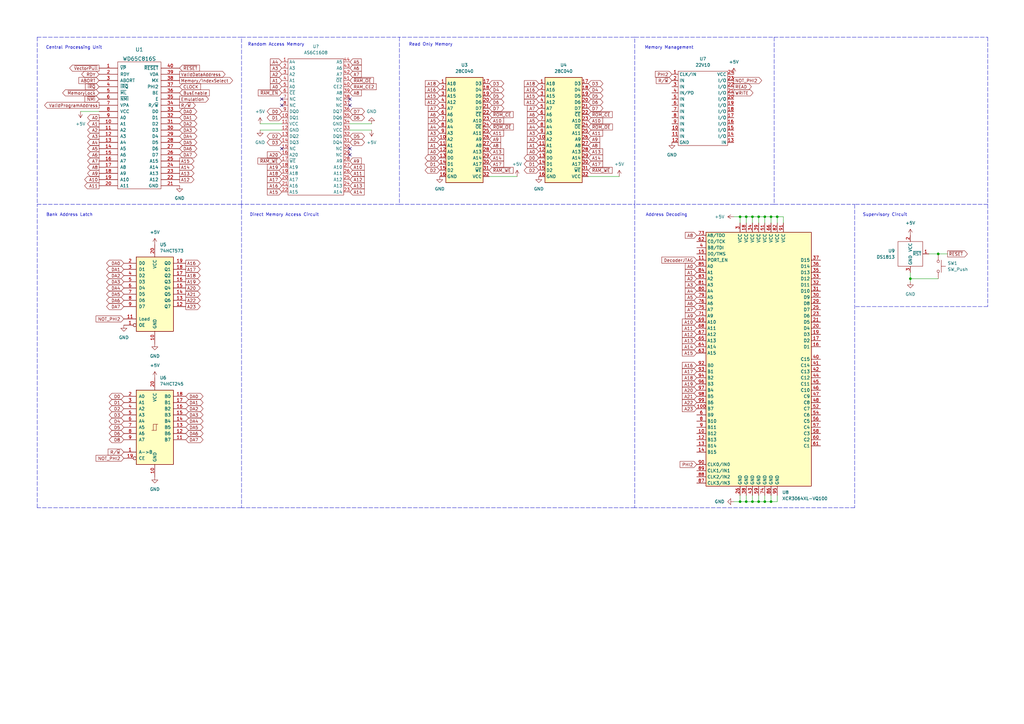
<source format=kicad_sch>
(kicad_sch (version 20211123) (generator eeschema)
  (paper "A3")
  (title_block (title "WolfNet 65816 General Purpose Computer") (date "2022-10-21") (rev "1.0") (company "WolfNet Computing"))
  (junction (at 306.07 205.74))
  (junction (at 311.15 205.74))
  (junction (at 308.61 205.74))
  (junction (at 313.69 205.74))
  (junction (at 384.81 104.14))
  (junction (at 313.69 88.9))
  (junction (at 316.23 88.9))
  (junction (at 308.61 88.9))
  (junction (at 303.53 88.9))
  (junction (at 316.23 205.74))
  (junction (at 306.07 88.9))
  (junction (at 318.77 88.9))
  (junction (at 311.15 88.9))
  (junction (at 373.38 114.3))
  (junction (at 303.53 205.74))
  (no_connect (at 115.57 40.64))
  (no_connect (at 115.57 43.18))
  (no_connect (at 143.51 40.64))
  (no_connect (at 143.51 43.18))
  (no_connect (at 143.51 60.96))
  (no_connect (at 115.57 60.96))
  (no_connect (at 143.51 63.5))
  (wire (pts (xy 306.07 88.9) (xy 308.61 88.9)))
  (polyline (pts (xy 163.83 15.24) (xy 163.83 83.82)))
  (polyline (pts (xy 260.35 83.82) (xy 260.35 208.28)))
  (polyline (pts (xy 260.35 83.82) (xy 260.35 15.24)))
  (wire (pts (xy 106.68 50.8) (xy 115.57 50.8)))
  (polyline (pts (xy 15.24 15.24) (xy 99.06 15.24)))
  (polyline (pts (xy 260.35 15.24) (xy 317.5 15.24)))
  (wire (pts (xy 384.81 114.3) (xy 373.38 114.3)))
  (polyline (pts (xy 99.06 15.24) (xy 163.83 15.24)))
  (wire (pts (xy 311.15 205.74) (xy 308.61 205.74)))
  (polyline (pts (xy 405.13 15.24) (xy 405.13 83.82)))
  (polyline (pts (xy 350.52 208.28) (xy 260.35 208.28)))
  (wire (pts (xy 308.61 88.9) (xy 311.15 88.9)))
  (polyline (pts (xy 99.06 83.82) (xy 99.06 208.28)))
  (wire (pts (xy 308.61 205.74) (xy 306.07 205.74)))
  (wire (pts (xy 106.68 53.34) (xy 115.57 53.34)))
  (polyline (pts (xy 15.24 208.28) (xy 15.24 83.82)))
  (wire (pts (xy 303.53 88.9) (xy 306.07 88.9)))
  (polyline (pts (xy 99.06 83.82) (xy 99.06 15.24)))
  (wire (pts (xy 311.15 88.9) (xy 311.15 91.44)))
  (polyline (pts (xy 15.24 83.82) (xy 99.06 83.82)))
  (polyline (pts (xy 260.35 15.24) (xy 163.83 15.24)))
  (wire (pts (xy 306.07 203.2) (xy 306.07 205.74)))
  (wire (pts (xy 200.66 72.39) (xy 212.09 72.39)))
  (wire (pts (xy 313.69 88.9) (xy 316.23 88.9)))
  (wire (pts (xy 241.3 72.39) (xy 254 72.39)))
  (polyline (pts (xy 317.5 83.82) (xy 350.52 83.82)))
  (polyline (pts (xy 15.24 15.24) (xy 15.24 83.82)))
  (polyline (pts (xy 350.52 83.82) (xy 350.52 208.28)))
  (wire (pts (xy 318.77 88.9) (xy 318.77 91.44)))
  (polyline (pts (xy 317.5 15.24) (xy 317.5 83.82)))
  (wire (pts (xy 33.02 45.72) (xy 40.64 45.72)))
  (wire (pts (xy 321.31 88.9) (xy 321.31 91.44)))
  (wire (pts (xy 316.23 88.9) (xy 318.77 88.9)))
  (polyline (pts (xy 317.5 83.82) (xy 260.35 83.82)))
  (wire (pts (xy 311.15 203.2) (xy 311.15 205.74)))
  (polyline (pts (xy 260.35 208.28) (xy 99.06 208.28)))
  (wire (pts (xy 388.62 104.14) (xy 384.81 104.14)))
  (polyline (pts (xy 405.13 83.82) (xy 350.52 83.82)))
  (wire (pts (xy 316.23 203.2) (xy 316.23 205.74)))
  (wire (pts (xy 143.51 53.34) (xy 152.4 53.34)))
  (wire (pts (xy 308.61 88.9) (xy 308.61 91.44)))
  (wire (pts (xy 306.07 205.74) (xy 303.53 205.74)))
  (wire (pts (xy 318.77 88.9) (xy 321.31 88.9)))
  (polyline (pts (xy 405.13 125.73) (xy 350.52 125.73)))
  (polyline (pts (xy 163.83 83.82) (xy 260.35 83.82)))
  (wire (pts (xy 313.69 203.2) (xy 313.69 205.74)))
  (wire (pts (xy 384.81 104.14) (xy 381 104.14)))
  (polyline (pts (xy 405.13 83.82) (xy 405.13 125.73)))
  (wire (pts (xy 303.53 91.44) (xy 303.53 88.9)))
  (polyline (pts (xy 99.06 208.28) (xy 15.24 208.28)))
  (wire (pts (xy 306.07 88.9) (xy 306.07 91.44)))
  (wire (pts (xy 311.15 88.9) (xy 313.69 88.9)))
  (polyline (pts (xy 317.5 15.24) (xy 405.13 15.24)))
  (wire (pts (xy 316.23 88.9) (xy 316.23 91.44)))
  (wire (pts (xy 300.99 88.9) (xy 303.53 88.9)))
  (wire (pts (xy 303.53 205.74) (xy 303.53 203.2)))
  (wire (pts (xy 308.61 203.2) (xy 308.61 205.74)))
  (polyline (pts (xy 163.83 83.82) (xy 99.06 83.82)))
  (wire (pts (xy 318.77 203.2) (xy 318.77 205.74)))
  (wire (pts (xy 300.99 205.74) (xy 303.53 205.74)))
  (wire (pts (xy 316.23 205.74) (xy 313.69 205.74)))
  (wire (pts (xy 313.69 205.74) (xy 311.15 205.74)))
  (wire (pts (xy 373.38 111.76) (xy 373.38 114.3)))
  (wire (pts (xy 143.51 50.8) (xy 152.4 50.8)))
  (wire (pts (xy 318.77 205.74) (xy 316.23 205.74)))
  (wire (pts (xy 313.69 88.9) (xy 313.69 91.44)))
  (wire (pts (xy 373.38 114.3) (xy 373.38 115.57)))
  (text "Memory Management" (at 284.48 20.32 180) (effects (font (size 1.27 1.27)) (justify right bottom)))
  (text "Address Decoding" (at 281.94 88.9 180) (effects (font (size 1.27 1.27)) (justify right bottom)))
  (text "Central Processing Unit" (at 41.91 20.32 180) (effects (font (size 1.27 1.27)) (justify right bottom)))
  (text "Supervisory Circuit" (at 372.11 88.9 180) (effects (font (size 1.27 1.27)) (justify right bottom)))
  (text "Direct Memory Access Circuit" (at 130.81 88.9 180) (effects (font (size 1.27 1.27)) (justify right bottom)))
  (text "Read Only Memory" (at 167.64 19.05 0) (effects (font (size 1.27 1.27)) (justify left bottom)))
  (text "Random Access Memory" (at 101.6 19.05 0) (effects (font (size 1.27 1.27)) (justify left bottom)))
  (text "Bank Address Latch" (at 38.1 88.9 180) (effects (font (size 1.27 1.27)) (justify right bottom)))
  (global_label "A6" (shape output) (at 40.64 63.5 180) (property "Intersheet References" "${INTERSHEET_REFS}" (effects hide)))
  (global_label "D6" (shape bidirectional) (at 200.66 41.91 0) (property "Intersheet References" "${INTERSHEET_REFS}" (effects hide)))
  (global_label "A16" (shape input) (at 220.98 36.83 180) (property "Intersheet References" "${INTERSHEET_REFS}" (effects hide)))
  (global_label "DA1" (shape bidirectional) (at 76.2 165.1 0) (property "Intersheet References" "${INTERSHEET_REFS}" (effects hide)))
  (global_label "D7" (shape bidirectional) (at 241.3 44.45 0) (property "Intersheet References" "${INTERSHEET_REFS}" (effects hide)))
  (global_label "D3" (shape bidirectional) (at 200.66 34.29 0) (property "Intersheet References" "${INTERSHEET_REFS}" (effects hide)))
  (global_label "A7" (shape input) (at 220.98 44.45 180) (property "Intersheet References" "${INTERSHEET_REFS}" (effects hide)))
  (global_label "A1" (shape input) (at 180.34 59.69 180) (property "Intersheet References" "${INTERSHEET_REFS}" (effects hide)))
  (global_label "A5" (shape output) (at 40.64 60.96 180) (property "Intersheet References" "${INTERSHEET_REFS}" (effects hide)))
  (global_label "~{RESET}" (shape input) (at 73.66 27.94 0) (property "Intersheet References" "${INTERSHEET_REFS}" (effects hide)))
  (global_label "A4" (shape output) (at 40.64 58.42 180) (property "Intersheet References" "${INTERSHEET_REFS}" (effects hide)))
  (global_label "A19" (shape output) (at 76.2 115.57 0) (property "Intersheet References" "${INTERSHEET_REFS}" (effects hide)))
  (global_label "A18" (shape input) (at 115.57 71.12 180) (property "Intersheet References" "${INTERSHEET_REFS}" (effects hide)))
  (global_label "A4" (shape input) (at 285.75 119.38 180) (property "Intersheet References" "${INTERSHEET_REFS}" (effects hide)))
  (global_label "~{ROM_OE}" (shape input) (at 241.3 52.07 0) (property "Intersheet References" "${INTERSHEET_REFS}" (effects hide)))
  (global_label "D1" (shape bidirectional) (at 180.34 67.31 180) (property "Intersheet References" "${INTERSHEET_REFS}" (effects hide)))
  (global_label "A18" (shape input) (at 180.34 34.29 180) (property "Intersheet References" "${INTERSHEET_REFS}" (effects hide)))
  (global_label "D1" (shape bidirectional) (at 50.8 165.1 180) (property "Intersheet References" "${INTERSHEET_REFS}" (effects hide)))
  (global_label "A17" (shape input) (at 200.66 67.31 0) (property "Intersheet References" "${INTERSHEET_REFS}" (effects hide)))
  (global_label "A11" (shape input) (at 241.3 54.61 0) (property "Intersheet References" "${INTERSHEET_REFS}" (effects hide)))
  (global_label "A9" (shape input) (at 143.51 66.04 0) (property "Intersheet References" "${INTERSHEET_REFS}" (effects hide)))
  (global_label "A2" (shape output) (at 40.64 53.34 180) (property "Intersheet References" "${INTERSHEET_REFS}" (effects hide)))
  (global_label "PHI2" (shape input) (at 285.75 190.5 180) (property "Intersheet References" "${INTERSHEET_REFS}" (effects hide)))
  (global_label "DA0" (shape bidirectional) (at 73.66 45.72 0) (property "Intersheet References" "${INTERSHEET_REFS}" (effects hide)))
  (global_label "A15" (shape output) (at 73.66 66.04 0) (property "Intersheet References" "${INTERSHEET_REFS}" (effects hide)))
  (global_label "A20" (shape input) (at 115.57 63.5 180) (property "Intersheet References" "${INTERSHEET_REFS}" (effects hide)))
  (global_label "~{RAM_OE}" (shape input) (at 143.51 33.02 0) (property "Intersheet References" "${INTERSHEET_REFS}" (effects hide)))
  (global_label "A4" (shape input) (at 115.57 25.4 180) (property "Intersheet References" "${INTERSHEET_REFS}" (effects hide)))
  (global_label "A6" (shape input) (at 220.98 46.99 180) (property "Intersheet References" "${INTERSHEET_REFS}" (effects hide)))
  (global_label "A10" (shape input) (at 285.75 132.08 180) (property "Intersheet References" "${INTERSHEET_REFS}" (effects hide)))
  (global_label "A4" (shape input) (at 180.34 52.07 180) (property "Intersheet References" "${INTERSHEET_REFS}" (effects hide)))
  (global_label "A16" (shape input) (at 285.75 149.86 180) (property "Intersheet References" "${INTERSHEET_REFS}" (effects hide)))
  (global_label "WRITE" (shape output) (at 300.99 38.1 0) (property "Intersheet References" "${INTERSHEET_REFS}" (effects hide)))
  (global_label "D5" (shape tri_state) (at 143.51 55.88 0) (property "Intersheet References" "${INTERSHEET_REFS}" (effects hide)))
  (global_label "DA4" (shape bidirectional) (at 73.66 55.88 0) (property "Intersheet References" "${INTERSHEET_REFS}" (effects hide)))
  (global_label "D2" (shape tri_state) (at 115.57 55.88 180) (property "Intersheet References" "${INTERSHEET_REFS}" (effects hide)))
  (global_label "D5" (shape bidirectional) (at 241.3 39.37 0) (property "Intersheet References" "${INTERSHEET_REFS}" (effects hide)))
  (global_label "A5" (shape input) (at 285.75 121.92 180) (property "Intersheet References" "${INTERSHEET_REFS}" (effects hide)))
  (global_label "D4" (shape bidirectional) (at 200.66 36.83 0) (property "Intersheet References" "${INTERSHEET_REFS}" (effects hide)))
  (global_label "A3" (shape input) (at 180.34 54.61 180) (property "Intersheet References" "${INTERSHEET_REFS}" (effects hide)))
  (global_label "D4" (shape tri_state) (at 143.51 58.42 0) (property "Intersheet References" "${INTERSHEET_REFS}" (effects hide)))
  (global_label "DA2" (shape bidirectional) (at 50.8 113.03 180) (property "Intersheet References" "${INTERSHEET_REFS}" (effects hide)))
  (global_label "A12" (shape output) (at 73.66 73.66 0) (property "Intersheet References" "${INTERSHEET_REFS}" (effects hide)))
  (global_label "DA7" (shape bidirectional) (at 50.8 125.73 180) (property "Intersheet References" "${INTERSHEET_REFS}" (effects hide)))
  (global_label "~{RAM_WE}" (shape input) (at 115.57 66.04 180) (property "Intersheet References" "${INTERSHEET_REFS}" (effects hide)))
  (global_label "~{RAM_EN}" (shape input) (at 115.57 38.1 180) (property "Intersheet References" "${INTERSHEET_REFS}" (effects hide)))
  (global_label "A10" (shape output) (at 40.64 73.66 180) (property "Intersheet References" "${INTERSHEET_REFS}" (effects hide)))
  (global_label "NOT_PHI2" (shape output) (at 300.99 33.02 0) (property "Intersheet References" "${INTERSHEET_REFS}" (effects hide)))
  (global_label "A2" (shape input) (at 180.34 57.15 180) (property "Intersheet References" "${INTERSHEET_REFS}" (effects hide)))
  (global_label "A1" (shape input) (at 285.75 111.76 180) (property "Intersheet References" "${INTERSHEET_REFS}" (effects hide)))
  (global_label "READ" (shape output) (at 300.99 35.56 0) (property "Intersheet References" "${INTERSHEET_REFS}" (effects hide)))
  (global_label "A18" (shape input) (at 285.75 154.94 180) (property "Intersheet References" "${INTERSHEET_REFS}" (effects hide)))
  (global_label "A2" (shape input) (at 220.98 57.15 180) (property "Intersheet References" "${INTERSHEET_REFS}" (effects hide)))
  (global_label "D6" (shape tri_state) (at 143.51 48.26 0) (property "Intersheet References" "${INTERSHEET_REFS}" (effects hide)))
  (global_label "A17" (shape input) (at 241.3 67.31 0) (property "Intersheet References" "${INTERSHEET_REFS}" (effects hide)))
  (global_label "A1" (shape input) (at 220.98 59.69 180) (property "Intersheet References" "${INTERSHEET_REFS}" (effects hide)))
  (global_label "Memory{slash}IndexSelect" (shape output) (at 73.66 33.02 0) (property "Intersheet References" "${INTERSHEET_REFS}" (effects hide)))
  (global_label "A20" (shape output) (at 76.2 118.11 0) (property "Intersheet References" "${INTERSHEET_REFS}" (effects hide)))
  (global_label "D8" (shape bidirectional) (at 50.8 180.34 180) (property "Intersheet References" "${INTERSHEET_REFS}" (effects hide)))
  (global_label "~{RAM_WE}" (shape input) (at 200.66 69.85 0) (property "Intersheet References" "${INTERSHEET_REFS}" (effects hide)))
  (global_label "D2" (shape bidirectional) (at 180.34 69.85 180) (property "Intersheet References" "${INTERSHEET_REFS}" (effects hide)))
  (global_label "A3" (shape input) (at 115.57 27.94 180) (property "Intersheet References" "${INTERSHEET_REFS}" (effects hide)))
  (global_label "A11" (shape input) (at 200.66 54.61 0) (property "Intersheet References" "${INTERSHEET_REFS}" (effects hide)))
  (global_label "DA7" (shape bidirectional) (at 76.2 180.34 0) (property "Intersheet References" "${INTERSHEET_REFS}" (effects hide)))
  (global_label "A7" (shape input) (at 143.51 30.48 0) (property "Intersheet References" "${INTERSHEET_REFS}" (effects hide)))
  (global_label "DA6" (shape bidirectional) (at 73.66 60.96 0) (property "Intersheet References" "${INTERSHEET_REFS}" (effects hide)))
  (global_label "RAM_CE2" (shape input) (at 143.51 35.56 0) (property "Intersheet References" "${INTERSHEET_REFS}" (effects hide)))
  (global_label "ValidProgramAddress" (shape output) (at 40.64 43.18 180) (property "Intersheet References" "${INTERSHEET_REFS}" (effects hide)))
  (global_label "PHI2" (shape input) (at 275.59 30.48 180) (property "Intersheet References" "${INTERSHEET_REFS}" (effects hide)))
  (global_label "DA3" (shape bidirectional) (at 50.8 115.57 180) (property "Intersheet References" "${INTERSHEET_REFS}" (effects hide)))
  (global_label "A17" (shape input) (at 115.57 73.66 180) (property "Intersheet References" "${INTERSHEET_REFS}" (effects hide)))
  (global_label "D6" (shape bidirectional) (at 241.3 41.91 0) (property "Intersheet References" "${INTERSHEET_REFS}" (effects hide)))
  (global_label "~{VectorPull}" (shape output) (at 40.64 27.94 180) (property "Intersheet References" "${INTERSHEET_REFS}" (effects hide)))
  (global_label "R{slash}~{W}" (shape output) (at 73.66 43.18 0) (property "Intersheet References" "${INTERSHEET_REFS}" (effects hide)))
  (global_label "DA7" (shape bidirectional) (at 73.66 63.5 0) (property "Intersheet References" "${INTERSHEET_REFS}" (effects hide)))
  (global_label "A16" (shape output) (at 76.2 107.95 0) (property "Intersheet References" "${INTERSHEET_REFS}" (effects hide)))
  (global_label "A22" (shape input) (at 285.75 165.1 180) (property "Intersheet References" "${INTERSHEET_REFS}" (effects hide)))
  (global_label "~{ROM_CE}" (shape input) (at 200.66 46.99 0) (property "Intersheet References" "${INTERSHEET_REFS}" (effects hide)))
  (global_label "A8" (shape input) (at 143.51 38.1 0) (property "Intersheet References" "${INTERSHEET_REFS}" (effects hide)))
  (global_label "A15" (shape input) (at 180.34 39.37 180) (property "Intersheet References" "${INTERSHEET_REFS}" (effects hide)))
  (global_label "D1" (shape tri_state) (at 115.57 48.26 180) (property "Intersheet References" "${INTERSHEET_REFS}" (effects hide)))
  (global_label "A16" (shape input) (at 180.34 36.83 180) (property "Intersheet References" "${INTERSHEET_REFS}" (effects hide)))
  (global_label "A23" (shape output) (at 76.2 125.73 0) (property "Intersheet References" "${INTERSHEET_REFS}" (effects hide)))
  (global_label "D5" (shape bidirectional) (at 50.8 175.26 180) (property "Intersheet References" "${INTERSHEET_REFS}" (effects hide)))
  (global_label "DA4" (shape bidirectional) (at 50.8 118.11 180) (property "Intersheet References" "${INTERSHEET_REFS}" (effects hide)))
  (global_label "A15" (shape input) (at 220.98 39.37 180) (property "Intersheet References" "${INTERSHEET_REFS}" (effects hide)))
  (global_label "A18" (shape output) (at 76.2 113.03 0) (property "Intersheet References" "${INTERSHEET_REFS}" (effects hide)))
  (global_label "A19" (shape input) (at 115.57 68.58 180) (property "Intersheet References" "${INTERSHEET_REFS}" (effects hide)))
  (global_label "A0" (shape input) (at 180.34 62.23 180) (property "Intersheet References" "${INTERSHEET_REFS}" (effects hide)))
  (global_label "DecoderJTAG" (shape input) (at 285.75 106.68 180) (property "Intersheet References" "${INTERSHEET_REFS}" (effects hide)))
  (global_label "DA3" (shape bidirectional) (at 73.66 53.34 0) (property "Intersheet References" "${INTERSHEET_REFS}" (effects hide)))
  (global_label "A13" (shape input) (at 200.66 62.23 0) (property "Intersheet References" "${INTERSHEET_REFS}" (effects hide)))
  (global_label "A5" (shape input) (at 220.98 49.53 180) (property "Intersheet References" "${INTERSHEET_REFS}" (effects hide)))
  (global_label "A6" (shape input) (at 143.51 27.94 0) (property "Intersheet References" "${INTERSHEET_REFS}" (effects hide)))
  (global_label "DA5" (shape bidirectional) (at 76.2 175.26 0) (property "Intersheet References" "${INTERSHEET_REFS}" (effects hide)))
  (global_label "A8" (shape output) (at 40.64 68.58 180) (property "Intersheet References" "${INTERSHEET_REFS}" (effects hide)))
  (global_label "A8" (shape input) (at 200.66 59.69 0) (property "Intersheet References" "${INTERSHEET_REFS}" (effects hide)))
  (global_label "A7" (shape input) (at 285.75 127 180) (property "Intersheet References" "${INTERSHEET_REFS}" (effects hide)))
  (global_label "Emulation" (shape output) (at 73.66 40.64 0) (property "Intersheet References" "${INTERSHEET_REFS}" (effects hide)))
  (global_label "A14" (shape input) (at 200.66 64.77 0) (property "Intersheet References" "${INTERSHEET_REFS}" (effects hide)))
  (global_label "A20" (shape input) (at 285.75 160.02 180) (property "Intersheet References" "${INTERSHEET_REFS}" (effects hide)))
  (global_label "DA4" (shape bidirectional) (at 76.2 172.72 0) (property "Intersheet References" "${INTERSHEET_REFS}" (effects hide)))
  (global_label "A11" (shape input) (at 143.51 71.12 0) (property "Intersheet References" "${INTERSHEET_REFS}" (effects hide)))
  (global_label "A14" (shape input) (at 143.51 78.74 0) (property "Intersheet References" "${INTERSHEET_REFS}" (effects hide)))
  (global_label "A5" (shape input) (at 143.51 25.4 0) (property "Intersheet References" "${INTERSHEET_REFS}" (effects hide)))
  (global_label "A6" (shape input) (at 285.75 124.46 180) (property "Intersheet References" "${INTERSHEET_REFS}" (effects hide)))
  (global_label "A0" (shape input) (at 285.75 109.22 180) (property "Intersheet References" "${INTERSHEET_REFS}" (effects hide)))
  (global_label "DA3" (shape bidirectional) (at 76.2 170.18 0) (property "Intersheet References" "${INTERSHEET_REFS}" (effects hide)))
  (global_label "DA5" (shape bidirectional) (at 50.8 120.65 180) (property "Intersheet References" "${INTERSHEET_REFS}" (effects hide)))
  (global_label "D3" (shape tri_state) (at 115.57 58.42 180) (property "Intersheet References" "${INTERSHEET_REFS}" (effects hide)))
  (global_label "DA2" (shape bidirectional) (at 76.2 167.64 0) (property "Intersheet References" "${INTERSHEET_REFS}" (effects hide)))
  (global_label "A10" (shape input) (at 241.3 49.53 0) (property "Intersheet References" "${INTERSHEET_REFS}" (effects hide)))
  (global_label "A4" (shape input) (at 220.98 52.07 180) (property "Intersheet References" "${INTERSHEET_REFS}" (effects hide)))
  (global_label "A0" (shape input) (at 220.98 62.23 180) (property "Intersheet References" "${INTERSHEET_REFS}" (effects hide)))
  (global_label "A14" (shape output) (at 73.66 68.58 0) (property "Intersheet References" "${INTERSHEET_REFS}" (effects hide)))
  (global_label "A1" (shape input) (at 115.57 33.02 180) (property "Intersheet References" "${INTERSHEET_REFS}" (effects hide)))
  (global_label "A1" (shape output) (at 40.64 50.8 180) (property "Intersheet References" "${INTERSHEET_REFS}" (effects hide)))
  (global_label "A11" (shape input) (at 285.75 134.62 180) (property "Intersheet References" "${INTERSHEET_REFS}" (effects hide)))
  (global_label "A3" (shape input) (at 220.98 54.61 180) (property "Intersheet References" "${INTERSHEET_REFS}" (effects hide)))
  (global_label "ValidDataAddress" (shape output) (at 73.66 30.48 0) (property "Intersheet References" "${INTERSHEET_REFS}" (effects hide)))
  (global_label "A12" (shape input) (at 220.98 41.91 180) (property "Intersheet References" "${INTERSHEET_REFS}" (effects hide)))
  (global_label "NOT_PHI2" (shape input) (at 50.8 130.81 180) (property "Intersheet References" "${INTERSHEET_REFS}" (effects hide)))
  (global_label "A21" (shape input) (at 285.75 162.56 180) (property "Intersheet References" "${INTERSHEET_REFS}" (effects hide)))
  (global_label "~{IRQ}" (shape input) (at 40.64 35.56 180) (property "Intersheet References" "${INTERSHEET_REFS}" (effects hide)))
  (global_label "~{NMI}" (shape input) (at 40.64 40.64 180) (property "Intersheet References" "${INTERSHEET_REFS}" (effects hide)))
  (global_label "~{RAM_WE}" (shape input) (at 241.3 69.85 0) (property "Intersheet References" "${INTERSHEET_REFS}" (effects hide)))
  (global_label "D0" (shape tri_state) (at 115.57 45.72 180) (property "Intersheet References" "${INTERSHEET_REFS}" (effects hide)))
  (global_label "D7" (shape tri_state) (at 143.51 45.72 0) (property "Intersheet References" "${INTERSHEET_REFS}" (effects hide)))
  (global_label "A22" (shape output) (at 76.2 123.19 0) (property "Intersheet References" "${INTERSHEET_REFS}" (effects hide)))
  (global_label "A3" (shape output) (at 40.64 55.88 180) (property "Intersheet References" "${INTERSHEET_REFS}" (effects hide)))
  (global_label "D3" (shape bidirectional) (at 50.8 170.18 180) (property "Intersheet References" "${INTERSHEET_REFS}" (effects hide)))
  (global_label "A0" (shape input) (at 115.57 35.56 180) (property "Intersheet References" "${INTERSHEET_REFS}" (effects hide)))
  (global_label "~{ROM_CE}" (shape input) (at 241.3 46.99 0) (property "Intersheet References" "${INTERSHEET_REFS}" (effects hide)))
  (global_label "~{RESET}" (shape output) (at 388.62 104.14 0) (property "Intersheet References" "${INTERSHEET_REFS}" (effects hide)))
  (global_label "A8" (shape input) (at 285.75 96.52 180) (property "Intersheet References" "${INTERSHEET_REFS}" (effects hide)))
  (global_label "DA2" (shape bidirectional) (at 73.66 50.8 0) (property "Intersheet References" "${INTERSHEET_REFS}" (effects hide)))
  (global_label "DA1" (shape bidirectional) (at 50.8 110.49 180) (property "Intersheet References" "${INTERSHEET_REFS}" (effects hide)))
  (global_label "A19" (shape input) (at 285.75 157.48 180) (property "Intersheet References" "${INTERSHEET_REFS}" (effects hide)))
  (global_label "A11" (shape output) (at 40.64 76.2 180) (property "Intersheet References" "${INTERSHEET_REFS}" (effects hide)))
  (global_label "D1" (shape bidirectional) (at 220.98 67.31 180) (property "Intersheet References" "${INTERSHEET_REFS}" (effects hide)))
  (global_label "A5" (shape input) (at 180.34 49.53 180) (property "Intersheet References" "${INTERSHEET_REFS}" (effects hide)))
  (global_label "A12" (shape input) (at 143.51 73.66 0) (property "Intersheet References" "${INTERSHEET_REFS}" (effects hide)))
  (global_label "A23" (shape input) (at 285.75 167.64 180) (property "Intersheet References" "${INTERSHEET_REFS}" (effects hide)))
  (global_label "D2" (shape bidirectional) (at 50.8 167.64 180) (property "Intersheet References" "${INTERSHEET_REFS}" (effects hide)))
  (global_label "A12" (shape input) (at 180.34 41.91 180) (property "Intersheet References" "${INTERSHEET_REFS}" (effects hide)))
  (global_label "DA6" (shape bidirectional) (at 76.2 177.8 0) (property "Intersheet References" "${INTERSHEET_REFS}" (effects hide)))
  (global_label "BusEnable" (shape input) (at 73.66 38.1 0) (property "Intersheet References" "${INTERSHEET_REFS}" (effects hide)))
  (global_label "R{slash}~{W}" (shape input) (at 50.8 185.42 180) (property "Intersheet References" "${INTERSHEET_REFS}" (effects hide)))
  (global_label "A13" (shape input) (at 285.75 139.7 180) (property "Intersheet References" "${INTERSHEET_REFS}" (effects hide)))
  (global_label "A9" (shape input) (at 241.3 57.15 0) (property "Intersheet References" "${INTERSHEET_REFS}" (effects hide)))
  (global_label "D4" (shape bidirectional) (at 241.3 36.83 0) (property "Intersheet References" "${INTERSHEET_REFS}" (effects hide)))
  (global_label "A10" (shape input) (at 200.66 49.53 0) (property "Intersheet References" "${INTERSHEET_REFS}" (effects hide)))
  (global_label "D6" (shape bidirectional) (at 50.8 177.8 180) (property "Intersheet References" "${INTERSHEET_REFS}" (effects hide)))
  (global_label "R{slash}~{W}" (shape input) (at 275.59 33.02 180) (property "Intersheet References" "${INTERSHEET_REFS}" (effects hide)))
  (global_label "D0" (shape bidirectional) (at 180.34 64.77 180) (property "Intersheet References" "${INTERSHEET_REFS}" (effects hide)))
  (global_label "A8" (shape input) (at 241.3 59.69 0) (property "Intersheet References" "${INTERSHEET_REFS}" (effects hide)))
  (global_label "A10" (shape input) (at 143.51 68.58 0) (property "Intersheet References" "${INTERSHEET_REFS}" (effects hide)))
  (global_label "A12" (shape input) (at 285.75 137.16 180) (property "Intersheet References" "${INTERSHEET_REFS}" (effects hide)))
  (global_label "A14" (shape input) (at 285.75 142.24 180) (property "Intersheet References" "${INTERSHEET_REFS}" (effects hide)))
  (global_label "D4" (shape bidirectional) (at 50.8 172.72 180) (property "Intersheet References" "${INTERSHEET_REFS}" (effects hide)))
  (global_label "DA5" (shape bidirectional) (at 73.66 58.42 0) (property "Intersheet References" "${INTERSHEET_REFS}" (effects hide)))
  (global_label "D7" (shape bidirectional) (at 200.66 44.45 0) (property "Intersheet References" "${INTERSHEET_REFS}" (effects hide)))
  (global_label "A7" (shape output) (at 40.64 66.04 180) (property "Intersheet References" "${INTERSHEET_REFS}" (effects hide)))
  (global_label "A9" (shape input) (at 285.75 129.54 180) (property "Intersheet References" "${INTERSHEET_REFS}" (effects hide)))
  (global_label "DA6" (shape bidirectional) (at 50.8 123.19 180) (property "Intersheet References" "${INTERSHEET_REFS}" (effects hide)))
  (global_label "A9" (shape output) (at 40.64 71.12 180) (property "Intersheet References" "${INTERSHEET_REFS}" (effects hide)))
  (global_label "A6" (shape input) (at 180.34 46.99 180) (property "Intersheet References" "${INTERSHEET_REFS}" (effects hide)))
  (global_label "NOT_PHI2" (shape input) (at 50.8 187.96 180) (property "Intersheet References" "${INTERSHEET_REFS}" (effects hide)))
  (global_label "A0" (shape output) (at 40.64 48.26 180) (property "Intersheet References" "${INTERSHEET_REFS}" (effects hide)))
  (global_label "RDY" (shape bidirectional) (at 40.64 30.48 180) (property "Intersheet References" "${INTERSHEET_REFS}" (effects hide)))
  (global_label "~{ROM_OE}" (shape input) (at 200.66 52.07 0) (property "Intersheet References" "${INTERSHEET_REFS}" (effects hide)))
  (global_label "A21" (shape output) (at 76.2 120.65 0) (property "Intersheet References" "${INTERSHEET_REFS}" (effects hide)))
  (global_label "ABORT" (shape input) (at 40.64 33.02 180) (property "Intersheet References" "${INTERSHEET_REFS}" (effects hide)))
  (global_label "A9" (shape input) (at 200.66 57.15 0) (property "Intersheet References" "${INTERSHEET_REFS}" (effects hide)))
  (global_label "CLOCK" (shape input) (at 73.66 35.56 0) (property "Intersheet References" "${INTERSHEET_REFS}" (effects hide)))
  (global_label "A15" (shape input) (at 285.75 144.78 180) (property "Intersheet References" "${INTERSHEET_REFS}" (effects hide)))
  (global_label "A15" (shape input) (at 115.57 78.74 180) (property "Intersheet References" "${INTERSHEET_REFS}" (effects hide)))
  (global_label "A13" (shape input) (at 143.51 76.2 0) (property "Intersheet References" "${INTERSHEET_REFS}" (effects hide)))
  (global_label "A3" (shape input) (at 285.75 116.84 180) (property "Intersheet References" "${INTERSHEET_REFS}" (effects hide)))
  (global_label "A18" (shape input) (at 220.98 34.29 180) (property "Intersheet References" "${INTERSHEET_REFS}" (effects hide)))
  (global_label "A17" (shape input) (at 285.75 152.4 180) (property "Intersheet References" "${INTERSHEET_REFS}" (effects hide)))
  (global_label "DA0" (shape bidirectional) (at 50.8 107.95 180) (property "Intersheet References" "${INTERSHEET_REFS}" (effects hide)))
  (global_label "D0" (shape bidirectional) (at 220.98 64.77 180) (property "Intersheet References" "${INTERSHEET_REFS}" (effects hide)))
  (global_label "D3" (shape bidirectional) (at 241.3 34.29 0) (property "Intersheet References" "${INTERSHEET_REFS}" (effects hide)))
  (global_label "A2" (shape input) (at 285.75 114.3 180) (property "Intersheet References" "${INTERSHEET_REFS}" (effects hide)))
  (global_label "D0" (shape bidirectional) (at 50.8 162.56 180) (property "Intersheet References" "${INTERSHEET_REFS}" (effects hide)))
  (global_label "D2" (shape bidirectional) (at 220.98 69.85 180) (property "Intersheet References" "${INTERSHEET_REFS}" (effects hide)))
  (global_label "A14" (shape input) (at 241.3 64.77 0) (property "Intersheet References" "${INTERSHEET_REFS}" (effects hide)))
  (global_label "~{MemoryLock}" (shape bidirectional) (at 40.64 38.1 180) (property "Intersheet References" "${INTERSHEET_REFS}" (effects hide)))
  (global_label "A17" (shape output) (at 76.2 110.49 0) (property "Intersheet References" "${INTERSHEET_REFS}" (effects hide)))
  (global_label "DA0" (shape bidirectional) (at 76.2 162.56 0) (property "Intersheet References" "${INTERSHEET_REFS}" (effects hide)))
  (global_label "A13" (shape output) (at 73.66 71.12 0) (property "Intersheet References" "${INTERSHEET_REFS}" (effects hide)))
  (global_label "A16" (shape input) (at 115.57 76.2 180) (property "Intersheet References" "${INTERSHEET_REFS}" (effects hide)))
  (global_label "DA1" (shape bidirectional) (at 73.66 48.26 0) (property "Intersheet References" "${INTERSHEET_REFS}" (effects hide)))
  (global_label "A13" (shape input) (at 241.3 62.23 0) (property "Intersheet References" "${INTERSHEET_REFS}" (effects hide)))
  (global_label "A2" (shape input) (at 115.57 30.48 180) (property "Intersheet References" "${INTERSHEET_REFS}" (effects hide)))
  (global_label "D5" (shape bidirectional) (at 200.66 39.37 0) (property "Intersheet References" "${INTERSHEET_REFS}" (effects hide)))
  (global_label "A7" (shape input) (at 180.34 44.45 180) (property "Intersheet References" "${INTERSHEET_REFS}" (effects hide)))
  (symbol (lib_id "power:+5V") (at 63.5 154.94 0) (unit 1)
    (property "Reference" "#PWR?" (effects hide))
    (property "Value" "+5V" (at 63.5 149.86 0))
  )
  (symbol (lib_id "74xx:74LS573") (at 63.5 120.65 0) (unit 1)
    (property "Reference" "U5" (at 65.5194 100.33 0) (effects (justify left)))
    (property "Value" "74HCT573" (at 65.5194 102.87 0) (effects (justify left)))
    (property "Datasheet" "74xx/74hc573.pdf" (effects hide))
  )
  (symbol (lib_id "power:+5V") (at 300.99 88.9 90) (unit 1)
    (property "Reference" "#PWR?" (effects hide))
    (property "Value" "+5V" (at 297.18 88.8999 90) (effects (justify left)))
  )
  (symbol (lib_id "power:+5V") (at 33.02 45.72 180) (unit 1)
    (property "Reference" "#PWR?" (effects hide))
    (property "Value" "+5V" (at 33.02 50.8 0))
  )
  (symbol (lib_id "power:+5V") (at 254 72.39 0) (unit 1)
    (property "Reference" "#PWR?" (effects hide))
    (property "Value" "+5V" (at 254 67.31 0))
  )
  (symbol (lib_id "CPLD_Xilinx:XCR3064XL-VQ100") (at 311.15 147.32 0) (unit 1)
    (property "Reference" "U8" (at 320.7894 201.93 0) (effects (justify left)))
    (property "Value" "XCR3064XL-VQ100" (at 320.7894 204.47 0) (effects (justify left)))
    (property "Footprint" "Package_QFP:LQFP-100_14x14mm_P0.5mm" (effects hide))
    (property "Datasheet" "https://www.xilinx.com/support/documentation/data_sheets/ds017.pdf" (effects hide))
  )
  (symbol (lib_id "power:+5V") (at 212.09 72.39 0) (unit 1)
    (property "Reference" "#PWR?" (effects hide))
    (property "Value" "+5V" (at 212.09 67.31 0))
  )
  (symbol (lib_id "power:GND") (at 50.8 133.35 0) (unit 1)
    (property "Reference" "#PWR?" (effects hide))
    (property "Value" "GND" (at 50.8 138.43 0))
  )
  (symbol (lib_id "power:GND") (at 106.68 53.34 0) (unit 1)
    (property "Reference" "#PWR?" (effects hide))
    (property "Value" "GND" (at 106.68 58.42 0))
  )
  (symbol (lib_id "Memory:AS6C1608") (at 129.54 22.86 0) (unit 1)
    (property "Reference" "U?" (at 129.54 19.05 0))
    (property "Value" "AS6C1608" (at 129.54 21.59 0))
  )
  (symbol (lib_id "power:GND") (at 180.34 72.39 0) (unit 1)
    (property "Reference" "#PWR?" (effects hide))
    (property "Value" "GND" (at 180.34 77.47 0))
  )
  (symbol (lib_id "74xx:74HC245") (at 63.5 175.26 0) (unit 1)
    (property "Reference" "U6" (at 65.5194 154.94 0) (effects (justify left)))
    (property "Value" "74HCT245" (at 65.5194 157.48 0) (effects (justify left)))
    (property "Datasheet" "http://www.ti.com/lit/gpn/sn74HC245" (effects hide))
  )
  (symbol (lib_id "power:+5V") (at 300.99 30.48 0) (unit 1)
    (property "Reference" "#PWR?" (effects hide))
    (property "Value" "+5V" (at 300.99 25.4 0))
  )
  (symbol (lib_id "power:+5V") (at 152.4 53.34 180) (unit 1)
    (property "Reference" "#PWR?" (effects hide))
    (property "Value" "+5V" (at 152.4 58.42 0))
  )
  (symbol (lib_id "power:+5V") (at 106.68 50.8 0) (unit 1)
    (property "Reference" "#PWR?" (effects hide))
    (property "Value" "+5V" (at 106.68 45.72 0))
  )
  (symbol (lib_id "GALs:22V10") (at 288.29 27.94 0) (unit 1)
    (property "Reference" "U7" (at 288.29 24.13 0))
    (property "Value" "22V10" (at 288.29 26.67 0))
  )
  (symbol (lib_id "power:+5V") (at 373.38 96.52 0) (unit 1)
    (property "Reference" "#PWR?" (effects hide))
    (property "Value" "+5V" (at 373.38 91.44 0))
  )
  (symbol (lib_id "Switch:SW_Push") (at 384.81 109.22 270) (unit 1)
    (property "Reference" "SW1" (at 388.62 107.9499 90) (effects (justify left)))
    (property "Value" "SW_Push" (at 388.62 110.4899 90) (effects (justify left)))
  )
  (symbol (lib_id "power:GND") (at 300.99 205.74 270) (unit 1)
    (property "Reference" "#PWR?" (effects hide))
    (property "Value" "GND" (at 297.18 205.7399 90) (effects (justify right)))
  )
  (symbol (lib_id "power:+5V") (at 63.5 100.33 0) (unit 1)
    (property "Reference" "#PWR?" (effects hide))
    (property "Value" "+5V" (at 63.5 95.25 0))
  )
  (symbol (lib_id "power:GND") (at 220.98 72.39 0) (unit 1)
    (property "Reference" "#PWR?" (effects hide))
    (property "Value" "GND" (at 220.98 77.47 0))
  )
  (symbol (lib_id "65xx:WD65C816S") (at 57.15 50.8 0) (unit 1)
    (property "Reference" "U1" (at 57.15 20.32 0) (effects (font (size 1.524 1.524))))
    (property "Value" "WD65C816S" (at 57.15 24.13 0) (effects (font (size 1.524 1.524))))
  )
  (symbol (lib_id "power:GND") (at 152.4 50.8 180) (unit 1)
    (property "Reference" "#PWR?" (effects hide))
    (property "Value" "GND" (at 152.4 45.72 0))
  )
  (symbol (lib_id "power:GND") (at 373.38 115.57 0) (unit 1)
    (property "Reference" "#PWR?" (effects hide))
    (property "Value" "GND" (at 373.38 120.65 0))
  )
  (symbol (lib_id "Memory:28C040") (at 231.14 60.96 0) (unit 1)
    (property "Reference" "U4" (at 231.14 26.67 0))
    (property "Value" "28C040" (at 231.14 29.21 0))
    (property "Datasheet" "https://ww1.microchip.com/downloads/en/DeviceDoc/doc0542.pdf" (effects hide))
  )
  (symbol (lib_id "power:GND") (at 275.59 58.42 0) (unit 1)
    (property "Reference" "#PWR?" (effects hide))
    (property "Value" "GND" (at 275.59 63.5 0))
  )
  (symbol (lib_id "power:GND") (at 63.5 195.58 0) (unit 1)
    (property "Reference" "#PWR?" (effects hide))
    (property "Value" "GND" (at 63.5 200.66 0))
  )
  (symbol (lib_id "power:GND") (at 63.5 140.97 0) (unit 1)
    (property "Reference" "#PWR?" (effects hide))
    (property "Value" "GND" (at 63.5 146.05 0))
  )
  (symbol (lib_id "power:GND") (at 73.66 76.2 0) (unit 1)
    (property "Reference" "#PWR?" (effects hide))
    (property "Value" "GND" (at 73.66 81.28 0))
  )
  (symbol (lib_name "28C040_1") (lib_id "Memory:28C040") (at 190.5 60.96 0) (unit 1)
    (property "Reference" "U3" (at 190.5 26.67 0))
    (property "Value" "28C040" (at 190.5 29.21 0))
    (property "Datasheet" "https://ww1.microchip.com/downloads/en/DeviceDoc/doc0542.pdf" (effects hide))
  )
  (symbol (lib_id "Supervisory Circuit:DS1813") (at 373.38 97.79 0) (unit 1)
    (property "Reference" "U9" (at 367.03 102.8699 0) (effects (justify right)))
    (property "Value" "DS1813" (at 367.03 105.4099 0) (effects (justify right)))
  )
)
</source>
